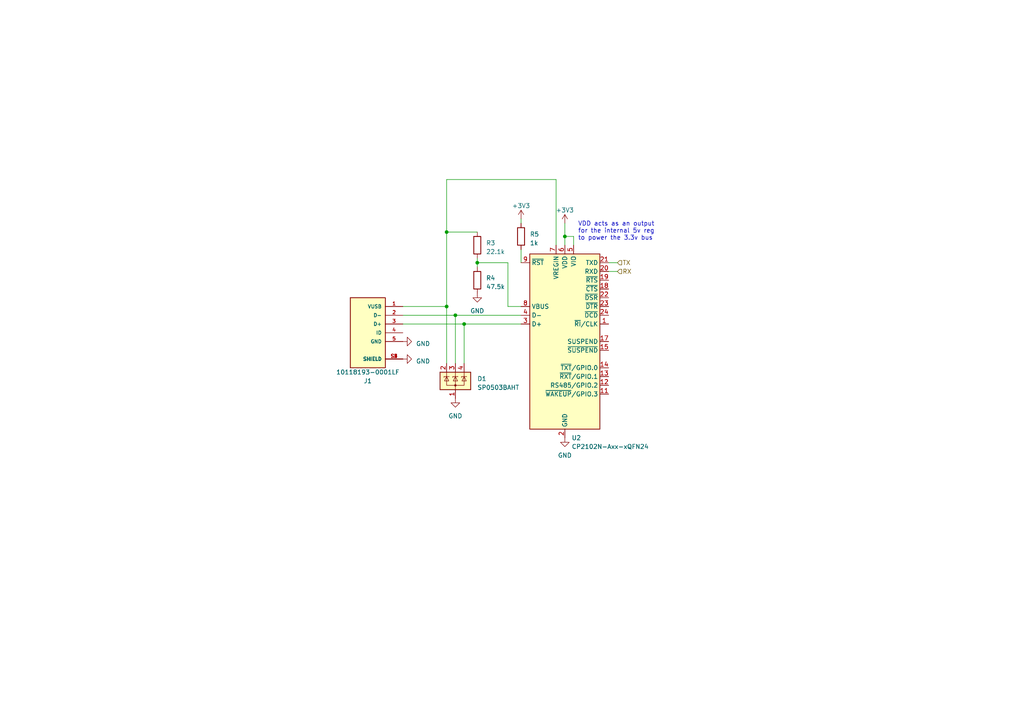
<source format=kicad_sch>
(kicad_sch (version 20230121) (generator eeschema)
  (paper "A4")
  (lib_symbols
    (symbol "10118193-0001LF:10118193-0001LF" (pin_names (offset 1.016))
      (property "Reference" "J" (at -5.0817 10.9286 0))
      (property "Value" "10118193-0001LF" (at -5.0819 -12.7097 0))
      (symbol "10118193-0001LF_0_0"
        (rectangle (start -5.08 -10.16) (end 5.08 10.16) (stroke (width 0.254)) (fill (type background)))
        (pin passive line (at -10.16 7.62 0) (length 5.08) (name "VUSB") (number "1"))
        (pin passive line (at -10.16 5.08 0) (length 5.08) (name "D-") (number "2"))
        (pin passive line (at -10.16 2.54 0) (length 5.08) (name "D+") (number "3"))
        (pin passive line (at -10.16 0 0) (length 5.08) (name "ID") (number "4"))
        (pin passive line (at -10.16 -2.54 0) (length 5.08) (name "GND") (number "5"))
        (pin passive line (at -10.16 -7.62 0) (length 5.08) (name "SHIELD") (number "S1"))
        (pin passive line (at -10.16 -7.62 0) (length 5.08) (name "SHIELD") (number "S2"))
        (pin passive line (at -10.16 -7.62 0) (length 5.08) (name "SHIELD") (number "S3"))
        (pin passive line (at -10.16 -7.62 0) (length 5.08) (name "SHIELD") (number "S4"))
        (pin passive line (at -10.16 -7.62 0) (length 5.08) (name "SHIELD") (number "S5"))
        (pin passive line (at -10.16 -7.62 0) (length 5.08) (name "SHIELD") (number "S6"))
      )
    )
    (symbol "Device:R" (pin_numbers hide) (pin_names (offset 0))
      (property "Reference" "R" (at 2.032 0 90))
      (property "Value" "R" (at 0 0 90))
      (symbol "R_0_1"
        (rectangle (start -1.016 -2.54) (end 1.016 2.54) (stroke (width 0.254)))
      )
      (symbol "R_1_1"
        (pin passive line (at 0 3.81 270) (length 1.27) (name "~") (number "1"))
        (pin passive line (at 0 -3.81 90) (length 1.27) (name "~") (number "2"))
      )
    )
    (symbol "Interface_USB:CP2102N-Axx-xQFN24"
      (property "Reference" "U" (at -8.89 26.67 0))
      (property "Value" "CP2102N-Axx-xQFN24" (at 13.97 26.67 0))
      (symbol "CP2102N-Axx-xQFN24_0_1"
        (rectangle (start -10.16 25.4) (end 10.16 -25.4) (stroke (width 0.254)) (fill (type background)))
      )
      (symbol "CP2102N-Axx-xQFN24_1_1"
        (pin bidirectional line (at 12.7 5.08 180) (length 2.54) (name "~{RI}/CLK") (number "1"))
        (pin no_connect line (at -10.16 -22.86 0) (length 2.54) hide (name "NC") (number "10"))
        (pin bidirectional line (at 12.7 -15.24 180) (length 2.54) (name "~{WAKEUP}/GPIO.3") (number "11"))
        (pin bidirectional line (at 12.7 -12.7 180) (length 2.54) (name "RS485/GPIO.2") (number "12"))
        (pin bidirectional line (at 12.7 -10.16 180) (length 2.54) (name "~{RXT}/GPIO.1") (number "13"))
        (pin bidirectional line (at 12.7 -7.62 180) (length 2.54) (name "~{TXT}/GPIO.0") (number "14"))
        (pin output line (at 12.7 -2.54 180) (length 2.54) (name "~{SUSPEND}") (number "15"))
        (pin no_connect line (at 10.16 -22.86 180) (length 2.54) hide (name "NC") (number "16"))
        (pin output line (at 12.7 0 180) (length 2.54) (name "SUSPEND") (number "17"))
        (pin input line (at 12.7 15.24 180) (length 2.54) (name "~{CTS}") (number "18"))
        (pin output line (at 12.7 17.78 180) (length 2.54) (name "~{RTS}") (number "19"))
        (pin power_in line (at 0 -27.94 90) (length 2.54) (name "GND") (number "2"))
        (pin input line (at 12.7 20.32 180) (length 2.54) (name "RXD") (number "20"))
        (pin output line (at 12.7 22.86 180) (length 2.54) (name "TXD") (number "21"))
        (pin input line (at 12.7 12.7 180) (length 2.54) (name "~{DSR}") (number "22"))
        (pin output line (at 12.7 10.16 180) (length 2.54) (name "~{DTR}") (number "23"))
        (pin input line (at 12.7 7.62 180) (length 2.54) (name "~{DCD}") (number "24"))
        (pin passive line (at 0 -27.94 90) (length 2.54) hide (name "GND") (number "25"))
        (pin bidirectional line (at -12.7 5.08 0) (length 2.54) (name "D+") (number "3"))
        (pin bidirectional line (at -12.7 7.62 0) (length 2.54) (name "D-") (number "4"))
        (pin power_in line (at 2.54 27.94 270) (length 2.54) (name "VIO") (number "5"))
        (pin power_in line (at 0 27.94 270) (length 2.54) (name "VDD") (number "6"))
        (pin power_in line (at -2.54 27.94 270) (length 2.54) (name "VREGIN") (number "7"))
        (pin input line (at -12.7 10.16 0) (length 2.54) (name "VBUS") (number "8"))
        (pin input line (at -12.7 22.86 0) (length 2.54) (name "~{RST}") (number "9"))
      )
    )
    (symbol "Power_Protection:SP0503BAHT" (pin_names hide)
      (property "Reference" "D" (at 5.715 2.54 0))
      (property "Value" "SP0503BAHT" (at 5.715 0.635 0))
      (symbol "SP0503BAHT_0_0"
        (pin passive line (at 0 -5.08 90) (length 2.54) (name "A") (number "1"))
      )
      (symbol "SP0503BAHT_0_1"
        (rectangle (start -4.445 2.54) (end 4.445 -2.54) (stroke (width 0.254)) (fill (type background)))
        (circle (center 0 -1.27) (radius 0.254) (fill (type outline)))
        (polyline (pts (xy -2.54 2.54) (xy -2.54 1.27)))
        (polyline (pts (xy 0 -1.27) (xy 0 -2.54)))
        (polyline (pts (xy 0 -1.27) (xy 0 1.27)))
        (polyline (pts (xy 0 2.54) (xy 0 1.27)))
        (polyline (pts (xy 0.635 1.27) (xy 0.762 1.27)))
        (polyline (pts (xy 2.54 2.54) (xy 2.54 1.27)))
        (polyline (pts (xy 0.635 1.27) (xy -0.762 1.27) (xy -0.762 1.016)))
        (polyline (pts (xy -3.302 1.016) (xy -3.302 1.27) (xy -1.905 1.27) (xy -1.778 1.27)))
        (polyline (pts (xy -2.54 1.27) (xy -2.54 -1.27) (xy 2.54 -1.27) (xy 2.54 1.27)))
        (polyline (pts (xy -2.54 1.27) (xy -1.905 0) (xy -3.175 0) (xy -2.54 1.27)))
        (polyline (pts (xy 0.635 0) (xy -0.635 0) (xy 0 1.27) (xy 0.635 0)))
        (polyline (pts (xy 1.778 1.016) (xy 1.778 1.27) (xy 3.175 1.27) (xy 3.302 1.27)))
        (polyline (pts (xy 2.54 1.27) (xy 1.905 0) (xy 3.175 0) (xy 2.54 1.27)))
      )
      (symbol "SP0503BAHT_1_1"
        (pin passive line (at -2.54 5.08 270) (length 2.54) (name "K") (number "2"))
        (pin passive line (at 0 5.08 270) (length 2.54) (name "K") (number "3"))
        (pin passive line (at 2.54 5.08 270) (length 2.54) (name "K") (number "4"))
      )
    )
    (symbol "power:+3V3" (power) (pin_names (offset 0))
      (property "Value" "+3V3" (at 0 3.556 0))
      (symbol "+3V3_0_1"
        (polyline (pts (xy -0.762 1.27) (xy 0 2.54)))
        (polyline (pts (xy 0 0) (xy 0 2.54)))
        (polyline (pts (xy 0 2.54) (xy 0.762 1.27)))
      )
      (symbol "+3V3_1_1"
        (pin power_in line (at 0 0 90) (length 0) hide (name "+3V3") (number "1"))
      )
    )
    (symbol "power:GND" (power) (pin_names (offset 0))
      (property "Value" "GND" (at 0 -3.81 0))
      (symbol "GND_0_1"
        (polyline (pts (xy 0 0) (xy 0 -1.27) (xy 1.27 -1.27) (xy 0 -2.54) (xy -1.27 -1.27) (xy 0 -1.27)))
      )
      (symbol "GND_1_1"
        (pin power_in line (at 0 0 270) (length 0) hide (name "GND") (number "1"))
      )
    )
  )
  (junction (at 163.83 68.58))
  (junction (at 138.43 76.2))
  (junction (at 129.54 88.9))
  (junction (at 129.54 67.31))
  (junction (at 134.62 93.98))
  (junction (at 132.08 91.44))
  (wire (pts (xy 116.84 88.9) (xy 129.54 88.9)))
  (wire (pts (xy 132.08 91.44) (xy 132.08 105.41)))
  (wire (pts (xy 116.84 91.44) (xy 132.08 91.44)))
  (wire (pts (xy 179.07 76.2) (xy 176.53 76.2)))
  (wire (pts (xy 163.83 64.77) (xy 163.83 68.58)))
  (wire (pts (xy 166.37 68.58) (xy 166.37 71.12)))
  (wire (pts (xy 151.13 91.44) (xy 132.08 91.44)))
  (wire (pts (xy 129.54 67.31) (xy 129.54 52.07)))
  (wire (pts (xy 116.84 93.98) (xy 134.62 93.98)))
  (wire (pts (xy 151.13 63.5) (xy 151.13 64.77)))
  (wire (pts (xy 129.54 67.31) (xy 138.43 67.31)))
  (wire (pts (xy 129.54 67.31) (xy 129.54 88.9)))
  (wire (pts (xy 179.07 78.74) (xy 176.53 78.74)))
  (wire (pts (xy 129.54 52.07) (xy 161.29 52.07)))
  (wire (pts (xy 134.62 93.98) (xy 134.62 105.41)))
  (wire (pts (xy 147.32 76.2) (xy 147.32 88.9)))
  (wire (pts (xy 129.54 88.9) (xy 129.54 105.41)))
  (wire (pts (xy 138.43 76.2) (xy 138.43 74.93)))
  (wire (pts (xy 151.13 72.39) (xy 151.13 76.2)))
  (wire (pts (xy 147.32 88.9) (xy 151.13 88.9)))
  (wire (pts (xy 163.83 68.58) (xy 166.37 68.58)))
  (wire (pts (xy 138.43 77.47) (xy 138.43 76.2)))
  (wire (pts (xy 163.83 68.58) (xy 163.83 71.12)))
  (wire (pts (xy 138.43 76.2) (xy 147.32 76.2)))
  (wire (pts (xy 151.13 93.98) (xy 134.62 93.98)))
  (wire (pts (xy 161.29 52.07) (xy 161.29 71.12)))
  (text "VDD acts as an output\nfor the internal 5v reg\nto power the 3.3v bus" (at 167.64 69.85 0) (effects (font (size 1.27 1.27)) (justify left bottom)))
  (hierarchical_label "TX" (shape input) (at 179.07 76.2 0))
  (hierarchical_label "RX" (shape input) (at 179.07 78.74 0))
  (symbol (lib_id "power:GND") (at 116.84 104.14 90) (unit 1)
    (property "Reference" "#PWR0108" (effects hide))
    (property "Value" "GND" (at 120.65 104.775 90) (effects (justify right)))
    (instances (project "lidar_controller" (path "" (reference "#PWR0108") (unit 1))) (project "skydiving-altimeter" (path "" (reference "#PWR016") (unit 1))))
  )
  (symbol (lib_id "Power_Protection:SP0503BAHT") (at 132.08 110.49 0) (unit 1)
    (property "Reference" "D1" (at 138.43 109.855 0) (effects (justify left)))
    (property "Value" "SP0503BAHT" (at 138.43 112.395 0) (effects (justify left)))
    (property "Footprint" "Package_TO_SOT_SMD:SOT-143" (effects hide))
    (property "Datasheet" "http://www.littelfuse.com/~/media/files/littelfuse/technical%20resources/documents/data%20sheets/sp05xxba.pdf" (effects hide))
    (instances (project "lidar_controller" (path "" (reference "D1") (unit 1))) (project "skydiving-altimeter" (path "" (reference "D2") (unit 1))))
  )
  (symbol (lib_id "Interface_USB:CP2102N-Axx-xQFN24") (at 163.83 99.06 0) (unit 1)
    (property "Reference" "U2" (at 165.7859 127 0) (effects (justify left)))
    (property "Value" "CP2102N-Axx-xQFN24" (at 165.7859 129.54 0) (effects (justify left)))
    (property "Footprint" "Package_DFN_QFN:QFN-24-1EP_4x4mm_P0.5mm_EP2.6x2.6mm" (effects hide))
    (property "Datasheet" "https://www.silabs.com/documents/public/data-sheets/cp2102n-datasheet.pdf" (effects hide))
    (instances (project "lidar_controller" (path "" (reference "U2") (unit 1))) (project "skydiving-altimeter" (path "" (reference "U3") (unit 1))))
  )
  (symbol (lib_id "10118193-0001LF:10118193-0001LF") (at 106.68 96.52 0) (mirror y) (unit 1)
    (property "Reference" "J1" (at 106.68 110.49 0))
    (property "Value" "10118193-0001LF" (at 106.68 107.95 0))
    (property "Footprint" "Micro USB Port:AMPHENOL_10118193-0001LF" (effects hide))
    (property "PARTREV" "E" (effects hide))
    (property "MANUFACTURER" "Amphenol FCI" (effects hide))
    (property "MAXIMUM_PACKAGE_HEIGHT" "2.55 mm" (effects hide))
    (property "STANDARD" "Manufacturer Recommendations" (effects hide))
    (instances (project "lidar_controller" (path "" (reference "J1") (unit 1))) (project "skydiving-altimeter" (path "" (reference "J4") (unit 1)) (path "" (reference "J5") (unit 1))))
  )
  (symbol (lib_id "Device:R") (at 138.43 81.28 180) (unit 1)
    (property "Reference" "R4" (at 140.97 80.645 0) (effects (justify right)))
    (property "Value" "47.5k" (at 140.97 83.185 0) (effects (justify right)))
    (property "Footprint" "Resistor_SMD:R_0805_2012Metric" (effects hide))
    (instances (project "lidar_controller" (path "" (reference "R4") (unit 1))) (project "skydiving-altimeter" (path "" (reference "R6") (unit 1))))
  )
  (symbol (lib_id "power:GND") (at 163.83 127 0) (unit 1)
    (property "Reference" "#PWR0107" (effects hide))
    (property "Value" "GND" (at 163.83 132.08 0))
    (instances (project "lidar_controller" (path "" (reference "#PWR0107") (unit 1))) (project "skydiving-altimeter" (path "" (reference "#PWR012") (unit 1))))
  )
  (symbol (lib_id "power:GND") (at 116.84 99.06 90) (unit 1)
    (property "Reference" "#PWR0109" (effects hide))
    (property "Value" "GND" (at 120.65 99.695 90) (effects (justify right)))
    (instances (project "lidar_controller" (path "" (reference "#PWR0109") (unit 1))) (project "skydiving-altimeter" (path "" (reference "#PWR010") (unit 1))))
  )
  (symbol (lib_id "Device:R") (at 138.43 71.12 180) (unit 1)
    (property "Reference" "R3" (at 140.97 70.485 0) (effects (justify right)))
    (property "Value" "22.1k" (at 140.97 73.025 0) (effects (justify right)))
    (property "Footprint" "Resistor_SMD:R_0805_2012Metric" (effects hide))
    (instances (project "lidar_controller" (path "" (reference "R3") (unit 1))) (project "skydiving-altimeter" (path "" (reference "R5") (unit 1))))
  )
  (symbol (lib_id "power:+3V3") (at 163.83 64.77 0) (unit 1)
    (property "Reference" "#PWR0106" (effects hide))
    (property "Value" "+3V3" (at 163.83 60.96 0))
    (instances (project "lidar_controller" (path "" (reference "#PWR0106") (unit 1))) (project "skydiving-altimeter" (path "" (reference "#PWR015") (unit 1))))
  )
  (symbol (lib_id "power:+3V3") (at 151.13 63.5 0) (unit 1)
    (property "Reference" "#PWR0111" (effects hide))
    (property "Value" "+3V3" (at 151.13 59.69 0))
    (instances (project "lidar_controller" (path "" (reference "#PWR0111") (unit 1))) (project "skydiving-altimeter" (path "" (reference "#PWR08") (unit 1))))
  )
  (symbol (lib_id "Device:R") (at 151.13 68.58 0) (unit 1)
    (property "Reference" "R5" (at 153.67 67.945 0) (effects (justify left)))
    (property "Value" "1k" (at 153.67 70.485 0) (effects (justify left)))
    (property "Footprint" "Resistor_SMD:R_0805_2012Metric" (effects hide))
    (instances (project "lidar_controller" (path "" (reference "R5") (unit 1))) (project "skydiving-altimeter" (path "" (reference "R9") (unit 1))))
  )
  (symbol (lib_id "power:GND") (at 138.43 85.09 0) (unit 1)
    (property "Reference" "#PWR0110" (effects hide))
    (property "Value" "GND" (at 138.43 90.17 0))
    (instances (project "lidar_controller" (path "" (reference "#PWR0110") (unit 1))) (project "skydiving-altimeter" (path "" (reference "#PWR014") (unit 1))))
  )
  (symbol (lib_id "power:GND") (at 132.08 115.57 0) (unit 1)
    (property "Reference" "#PWR0112" (effects hide))
    (property "Value" "GND" (at 132.08 120.65 0))
    (instances (project "lidar_controller" (path "" (reference "#PWR0112") (unit 1))) (project "skydiving-altimeter" (path "" (reference "#PWR013") (unit 1))))
  )
)
</source>
